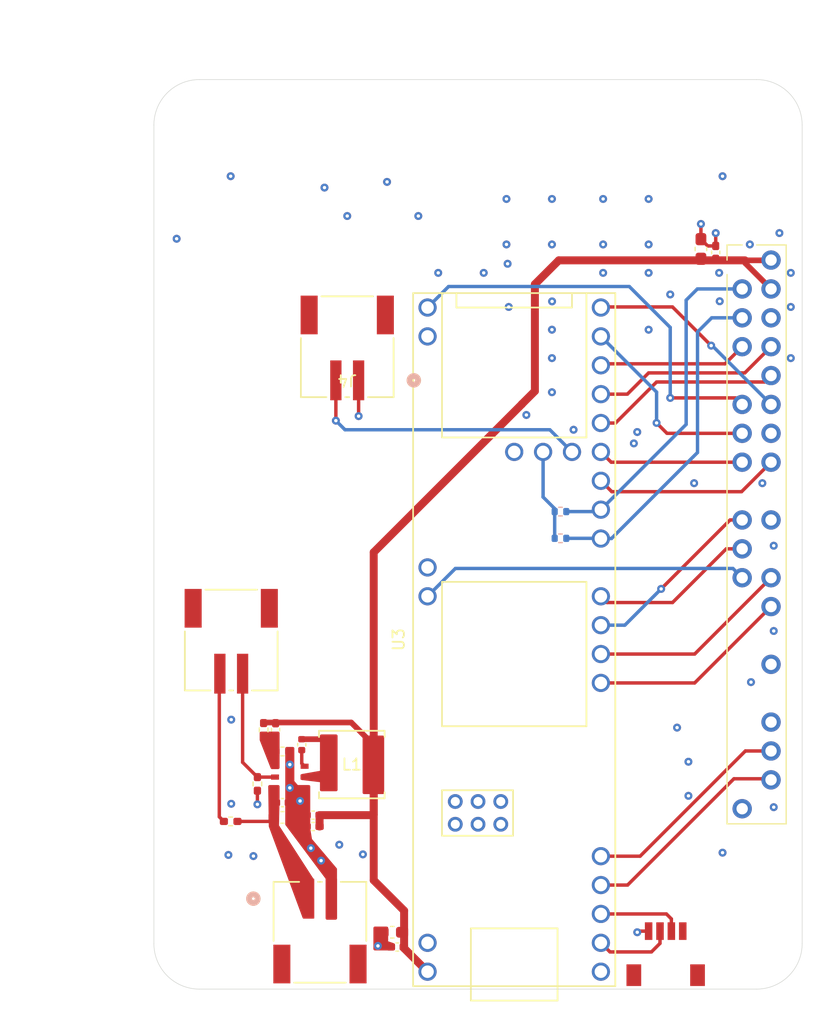
<source format=kicad_pcb>
(kicad_pcb (version 20240108) (generator "pcbnew") (generator_version "8.0")
  (layers (0 "F.Cu" signal) (1 "In1.Cu" power) (2 "In2.Cu" power) (31 "B.Cu" signal) (34 "B.Paste" user) (35 "F.Paste" user) (36 "B.SilkS" user "B.Silkscreen") (37 "F.SilkS" user "F.Silkscreen") (38 "B.Mask" user) (39 "F.Mask" user) (44 "Edge.Cuts" user))
  (net 0 "")
  (net 1 "/BUSY")
  (net 2 "/RAD_PWR")
  (net 3 "/MOD_6_MULT")
  (net 4 "/GPS_STBY")
  (net 5 "/MOD_8_MULT")
  (net 6 "VBUS")
  (net 7 "GND")
  (net 8 "/DC-DC-Out")
  (net 9 "Net-(U2-BST)")
  (net 10 "+5V")
  (net 11 "/MOSI")
  (net 12 "/CS1")
  (net 13 "/CS0")
  (net 14 "/MISO")
  (net 15 "/SCK")
  (net 16 "/RX")
  (net 17 "/DIO1")
  (net 18 "/SDA")
  (net 19 "/MOD_RST")
  (net 20 "/SCL")
  (net 21 "/TX")
  (net 22 "/LO_RST")
  (net 23 "/RX_ALT")
  (net 24 "/TX_ALT")
  (net 29 "/Enable")
  (net 30 "Net-(On/Off/switch1-Pad2)")
  (net 31 "/FB")
  (net 38 "+3.3V")
  (net 39 "/VBAT")
  (footprint "Resistor_SMD:R_0402_1005Metric_Pad0.72x0.64mm_HandSolder" (layer "F.Cu") (at 62.75 104.25)
    (property "Reference" "R2" (hide yes))
    (property "Value" "100k" (hide yes))
  )
  (footprint "teensy:Teensy41_min" (layer "F.Cu") (at 87.6816 88.26 90)
    (property "Reference" "U3")
    (property "Value" "Teensy4.1")
  )
  (footprint "TF:MountingHole_3mm_rec" (layer "F.Cu") (at 60 50)
    (property "Reference" "H1" (hide yes))
    (property "Value" "MountingHole" (hide yes))
  )
  (footprint "TF:MountingHole_4mm_t4" (layer "F.Cu") (at 61 44)
    (property "Reference" "H5" (hide yes))
    (property "Value" "MountingHole" (hide yes))
  )
  (footprint "TF:MountingHole_3mm_rec" (layer "F.Cu") (at 109 108)
    (property "Reference" "H4" (hide yes))
    (property "Value" "MountingHole" (hide yes))
  )
  (footprint "Capacitor_SMD:C_0603_1608Metric" (layer "F.Cu") (at 67.3 103.9)
    (property "Reference" "C1" (hide yes))
    (property "Value" "10u" (hide yes))
  )
  (footprint "Capacitor_SMD:C_0402_1005Metric_Pad0.74x0.62mm_HandSolder" (layer "F.Cu") (at 105.4 54.2 -90)
    (property "Reference" "C7" (hide yes))
    (property "Value" "100n" (hide yes))
  )
  (footprint "Capacitor_SMD:C_0402_1005Metric_Pad0.74x0.62mm_HandSolder" (layer "F.Cu") (at 70 104.7 180)
    (property "Reference" "C5" (hide yes))
    (property "Value" "22u" (hide yes))
  )
  (footprint "footprints:SOIC_05WU-7_DIO-L_mod" (layer "F.Cu") (at 67.95 100.349999)
    (property "Reference" "U2" (hide yes))
    (property "Value" "AP63300WU-7_mod" (hide yes))
  )
  (footprint "TF:MountingHole_4mm_t4" (layer "F.Cu") (at 61 114)
    (property "Reference" "H7" (hide yes))
    (property "Value" "MountingHole" (hide yes))
  )
  (footprint "Capacitor_SMD:C_0402_1005Metric" (layer "F.Cu") (at 69 97.5 90)
    (property "Reference" "C3" (hide yes))
    (property "Value" "100n" (hide yes))
  )
  (footprint "JST PH 2pin:CONN_S2B-PH-SM4-TB_JST_no_circle" (layer "F.Cu") (at 62.8 88.3 180)
    (property "Reference" "On/Off/switch1" (hide yes))
    (property "Value" "S2B-PH-SM4-TB" (hide yes))
  )
  (footprint "Capacitor_SMD:C_0603_1608Metric_Pad1.08x0.95mm_HandSolder" (layer "F.Cu") (at 104.1 53.9 -90)
    (property "Reference" "C8" (hide yes))
    (property "Value" "1u" (hide yes))
  )
  (footprint "Capacitor_SMD:C_0402_1005Metric_Pad0.74x0.62mm_HandSolder" (layer "F.Cu") (at 77.4 115.3)
    (property "Reference" "C9" (hide yes))
    (property "Value" "100n" (hide yes))
  )
  (footprint "Resistor_SMD:R_0402_1005Metric" (layer "F.Cu") (at 67.3 98.1)
    (property "Reference" "R4" (hide yes))
    (property "Value" "31.1k" (hide yes))
  )
  (footprint "Bourns_induct:IND_SRP5050FA-5R6M_BRN_mod" (layer "F.Cu") (at 73.4 99.25)
    (property "Reference" "L1")
    (property "Value" "6.8uH")
  )
  (footprint "Resistor_SMD:R_0402_1005Metric_Pad0.72x0.64mm_HandSolder" (layer "F.Cu") (at 65.65 96.2 90)
    (property "Reference" "R3" (hide yes))
    (property "Value" "162k" (hide yes))
  )
  (footprint "TF:MountingHole_3mm_rec" (layer "F.Cu") (at 109 50)
    (property "Reference" "H2" (hide yes))
    (property "Value" "MountingHole" (hide yes))
  )
  (footprint "JST SH 4pin:CONN_SM04B-SRSS-TB_JST" (layer "F.Cu") (at 101 116 180)
    (property "Reference" "J2" (hide yes))
    (property "Value" "SM04B-SRSS-TB" (hide yes))
  )
  (footprint "TF:MountingHole_3mm_rec" (layer "F.Cu") (at 60 108)
    (property "Reference" "H3" (hide yes))
    (property "Value" "MountingHole" (hide yes))
  )
  (footprint "Capacitor_SMD:C_0402_1005Metric_Pad0.74x0.62mm_HandSolder" (layer "F.Cu") (at 70 103.7 180)
    (property "Reference" "C4" (hide yes))
    (property "Value" "22u" (hide yes))
  )
  (footprint "Capacitor_SMD:C_0402_1005Metric" (layer "F.Cu") (at 67.3 102.6)
    (property "Reference" "C2" (hide yes))
    (property "Value" "100n" (hide yes))
  )
  (footprint "Capacitor_SMD:C_0603_1608Metric_Pad1.08x0.95mm_HandSolder" (layer "F.Cu") (at 76.9625 114 180)
    (property "Reference" "C10" (hide yes))
    (property "Value" "1u" (hide yes))
  )
  (footprint "TF:MountingHole_4mm_t4" (layer "F.Cu") (at 108 114)
    (property "Reference" "H8" (hide yes))
    (property "Value" "MountingHole" (hide yes))
  )
  (footprint "Capacitor_SMD:C_0402_1005Metric_Pad0.74x0.62mm_HandSolder" (layer "F.Cu") (at 66.7 96.1825 90)
    (property "Reference" "C6" (hide yes))
    (property "Value" "47p" (hide yes))
  )
  (footprint "Resistor_SMD:R_0402_1005Metric_Pad0.72x0.64mm_HandSolder" (layer "F.Cu") (at 65.1 100.9525 -90)
    (property "Reference" "R1" (hide yes))
    (property "Value" "100k" (hide yes))
  )
  (footprint "JST PH 2pin:CONN_S2B-PH-SM4-TB_JST" (layer "F.Cu") (at 73 62.5 180)
    (property "Reference" "J4")
    (property "Value" "S2B-PH-SM4-TB")
  )
  (footprint "JST PH 2pin:CONN_S2B-PH-SM4-TB_JST" (layer "F.Cu") (at 70.6 114)
    (property "Reference" "J3" (hide yes))
    (property "Value" "S2B-PH-SM4-TB" (hide yes))
  )
  (footprint "TF:MountingHole_4mm_t4" (layer "F.Cu") (at 108 44)
    (property "Reference" "H6" (hide yes))
    (property "Value" "MountingHole" (hide yes))
  )
  (footprint "TF:PinHeader_2x20_P2.54mm_Vertical_receiver" (layer "F.Cu") (at 107.725 54.875)
    (property "Reference" "J1" (hide yes))
    (property "Value" "Raspberry_Pi_4" (hide yes))
  )
  (footprint "Resistor_SMD:R_0402_1005Metric" (layer "B.Cu") (at 91.75 77)
    (property "Reference" "R5" (hide yes))
    (property "Value" "4.7k" (hide yes))
  )
  (footprint "Resistor_SMD:R_0402_1005Metric" (layer "B.Cu") (at 91.75 79.35)
    (property "Reference" "R6" (hide yes))
    (property "Value" "4.7k" (hide yes))
  )
  (gr_line (start 60 39) (end 109 39) (stroke (width 0.05)) (layer "Edge.Cuts"))
  (gr_arc (start 109 39) (mid 111.828427 40.171573) (end 113 43) (stroke (width 0.05)) (layer "Edge.Cuts"))
  (gr_line (start 56 115) (end 56 43) (stroke (width 0.05)) (layer "Edge.Cuts"))
  (gr_arc (start 60 119) (mid 57.171573 117.828427) (end 56 115) (stroke (width 0.05)) (layer "Edge.Cuts"))
  (gr_arc (start 113 115) (mid 111.828427 117.828427) (end 109 119) (stroke (width 0.05)) (layer "Edge.Cuts"))
  (gr_line (start 109 119) (end 60 119) (stroke (width 0.05)) (layer "Edge.Cuts"))
  (gr_line (start 113 43) (end 113 115) (stroke (width 0.05)) (layer "Edge.Cuts"))
  (gr_arc (start 56 43) (mid 57.171573 40.171573) (end 60 39) (stroke (width 0.05)) (layer "Edge.Cuts"))
  (segment (start 107.725 62.495) (end 106.22 64) (width 0.3) (layer "F.Cu") (net 1))
  (segment (start 107.72 62.5) (end 107.725 62.495) (width 0.3) (layer "F.Cu") (net 1))
  (segment (start 95.4316 64) (end 95.3016 64.13) (width 0.3) (layer "F.Cu") (net 1))
  (segment (start 106.22 64) (end 95.4316 64) (width 0.3) (layer "F.Cu") (net 1))
  (segment (start 101.6 59) (end 95.3516 59) (width 0.3) (layer "F.Cu") (net 2))
  (segment (start 105 62.4) (end 101.6 59) (width 0.3) (layer "F.Cu") (net 2))
  (segment (start 95.3516 59) (end 95.3016 59.05) (width 0.3) (layer "F.Cu") (net 2))
  (via (at 105 62.4) (size 0.7) (drill 0.3) (layers "F.Cu" "B.Cu") (net 2))
  (segment (start 110.265 67.575) (end 105.09 62.4) (width 0.3) (layer "B.Cu") (net 2))
  (segment (start 105.09 62.4) (end 105 62.4) (width 0.3) (layer "B.Cu") (net 2))
  (segment (start 110.26 100.6) (end 110.265 100.595) (width 0.3) (layer "F.Cu") (net 3))
  (segment (start 97.65 109.85) (end 95.3016 109.85) (width 0.3) (layer "F.Cu") (net 3))
  (segment (start 110.265 100.595) (end 110.17 100.5) (width 0.3) (layer "F.Cu") (net 3))
  (segment (start 110.17 100.5) (end 107 100.5) (width 0.3) (layer "F.Cu") (net 3))
  (segment (start 107 100.5) (end 97.65 109.85) (width 0.3) (layer "F.Cu") (net 3))
  (segment (start 107.725 70.115) (end 101.115 70.115) (width 0.3) (layer "F.Cu") (net 4))
  (segment (start 101.115 70.115) (end 100.2 69.2) (width 0.3) (layer "F.Cu") (net 4))
  (via (at 100.2 69.2) (size 0.7) (drill 0.3) (layers "F.Cu" "B.Cu") (net 4))
  (segment (start 100.2 69.2) (end 100.2 66.4884) (width 0.3) (layer "B.Cu") (net 4))
  (segment (start 100.2 66.4884) (end 95.3016 61.59) (width 0.3) (layer "B.Cu") (net 4))
  (segment (start 108.005661 98.055) (end 98.750661 107.31) (width 0.3) (layer "F.Cu") (net 5))
  (segment (start 110.265 98.055) (end 108.005661 98.055) (width 0.3) (layer "F.Cu") (net 5))
  (segment (start 98.750661 107.31) (end 95.3016 107.31) (width 0.3) (layer "F.Cu") (net 5))
  (segment (start 110.22 98.1) (end 110.265 98.055) (width 0.3) (layer "F.Cu") (net 5))
  (segment (start 66.82 104.25) (end 63.3475 104.25) (width 0.3) (layer "F.Cu") (net 6))
  (segment (start 105.4 53.6325) (end 105.4 52.5) (width 0.3) (layer "F.Cu") (net 7))
  (segment (start 74.000001 68.6) (end 74.000001 65.4553) (width 0.3) (layer "F.Cu") (net 7))
  (segment (start 65.1 101.6975) (end 65.1 102.75) (width 0.3) (layer "F.Cu") (net 7))
  (segment (start 104.1 53.0375) (end 104.1 51.7) (width 0.3) (layer "F.Cu") (net 7))
  (segment (start 98.5985 113.9015) (end 98.5 114) (width 0.3) (layer "F.Cu") (net 7))
  (segment (start 104.695 53.6325) (end 104.1 53.0375) (width 0.3) (layer "F.Cu") (net 7))
  (segment (start 105.4 53.6325) (end 104.695 53.6325) (width 0.3) (layer "F.Cu") (net 7))
  (segment (start 99.5 113.9015) (end 98.5985 113.9015) (width 0.3) (layer "F.Cu") (net 7))
  (via (at 58 53) (size 0.7) (drill 0.3) (layers "F.Cu" "B.Cu") (net 7))
  (via (at 87.1 55.2) (size 0.7) (drill 0.3) (layers "F.Cu" "B.Cu") (net 7))
  (via (at 102 96) (size 0.7) (drill 0.3) (layers "F.Cu" "B.Cu") (net 7))
  (via (at 88.75 68.5) (size 0.7) (drill 0.3) (layers "F.Cu" "B.Cu") (net 7))
  (via (at 91 66.5) (size 0.7) (drill 0.3) (layers "F.Cu" "B.Cu") (net 7))
  (via (at 92.9 69.8) (size 0.7) (drill 0.3) (layers "F.Cu" "B.Cu") (net 7))
  (via (at 62.55 107.2) (size 0.7) (drill 0.3) (layers "F.Cu" "B.Cu") (net 7))
  (via (at 71 48.5) (size 0.7) (drill 0.3) (layers "F.Cu" "B.Cu") (net 7))
  (via (at 112 56) (size 0.7) (drill 0.3) (layers "F.Cu" "B.Cu") (net 7))
  (via (at 99.5 53.5) (size 0.7) (drill 0.3) (layers "F.Cu" "B.Cu") (net 7))
  (via (at 76.5 48) (size 0.7) (drill 0.3) (layers "F.Cu" "B.Cu") (net 7))
  (via (at 105.7 56) (size 0.7) (drill 0.3) (layers "F.Cu" "B.Cu") (net 7))
  (via (at 109.5 74.5) (size 0.7) (drill 0.3) (layers "F.Cu" "B.Cu") (net 7))
  (via (at 67.95 101.3) (size 0.7) (drill 0.3) (layers "F.Cu" "B.Cu") (net 7))
  (via (at 95.5 49.5) (size 0.7) (drill 0.3) (layers "F.Cu" "B.Cu") (net 7))
  (via (at 104.1 51.7) (size 0.7) (drill 0.3) (layers "F.Cu" "B.Cu") (net 7))
  (via (at 85 56) (size 0.7) (drill 0.3) (layers "F.Cu" "B.Cu") (net 7))
  (via (at 91 61) (size 0.7) (drill 0.3) (layers "F.Cu" "B.Cu") (net 7))
  (via (at 69.8 106.6) (size 0.7) (drill 0.3) (layers "F.Cu" "B.Cu") (net 7))
  (via (at 98.2 71) (size 0.7) (drill 0.3) (layers "F.Cu" "B.Cu") (net 7))
  (via (at 112 63.5) (size 0.7) (drill 0.3) (layers "F.Cu" "B.Cu") (net 7))
  (via (at 103 99) (size 0.7) (drill 0.3) (layers "F.Cu" "B.Cu") (net 7))
  (via (at 74.377301 107.15) (size 0.7) (drill 0.3) (layers "F.Cu" "B.Cu") (net 7))
  (via (at 99.5 49.5) (size 0.7) (drill 0.3) (layers "F.Cu" "B.Cu") (net 7))
  (via (at 91 49.5) (size 0.7) (drill 0.3) (layers "F.Cu" "B.Cu") (net 7))
  (via (at 101.4 57.9) (size 0.7) (drill 0.3) (layers "F.Cu" "B.Cu") (net 7))
  (via (at 65.1 102.75) (size 0.7) (drill 0.3) (layers "F.Cu" "B.Cu") (net 7))
  (via (at 108.5 92) (size 0.7) (drill 0.3) (layers "F.Cu" "B.Cu") (net 7))
  (via (at 91.010331 58.510331) (size 0.7) (drill 0.3) (layers "F.Cu" "B.Cu") (net 7))
  (via (at 110.5 80) (size 0.7) (drill 0.3) (layers "F.Cu" "B.Cu") (net 7))
  (via (at 99.5 61) (size 0.7) (drill 0.3) (layers "F.Cu" "B.Cu") (net 7))
  (via (at 70.7 107.7) (size 0.7) (drill 0.3) (layers "F.Cu" "B.Cu") (net 7))
  (via (at 87.2 59) (size 0.7) (drill 0.3) (layers "F.Cu" "B.Cu") (net 7))
  (via (at 62.75 47.5) (size 0.7) (drill 0.3) (layers "F.Cu" "B.Cu") (net 7))
  (via (at 73 51) (size 0.7) (drill 0.3) (layers "F.Cu" "B.Cu") (net 7))
  (via (at 105.75 58.5) (size 0.7) (drill 0.3) (layers "F.Cu" "B.Cu") (net 7))
  (via (at 87 49.5) (size 0.7) (drill 0.3) (layers "F.Cu" "B.Cu") (net 7))
  (via (at 74.000001 68.6) (size 0.7) (drill 0.3) (layers "F.Cu" "B.Cu") (net 7))
  (via (at 103 102) (size 0.7) (drill 0.3) (layers "F.Cu" "B.Cu") (net 7))
  (via (at 95.5 53.5) (size 0.7) (drill 0.3) (layers "F.Cu" "B.Cu") (net 7))
  (via (at 67.95 99.25) (size 0.7) (drill 0.3) (layers "F.Cu" "B.Cu") (net 7))
  (via (at 91 53.5) (size 0.7) (drill 0.3) (layers "F.Cu" "B.Cu") (net 7))
  (via (at 95.5 56) (size 0.7) (drill 0.3) (layers "F.Cu" "B.Cu") (net 7))
  (via (at 111 52.5) (size 0.7) (drill 0.3) (layers "F.Cu" "B.Cu") (net 7))
  (via (at 106 47.5) (size 0.7) (drill 0.3) (layers "F.Cu" "B.Cu") (net 7))
  (via (at 72.3 106.3) (size 0.7) (drill 0.3) (layers "F.Cu" "B.Cu") (net 7))
  (via (at 98.5 70) (size 0.7) (drill 0.3) (layers "F.Cu" "B.Cu") (net 7))
  (via (at 106 107) (size 0.7) (drill 0.3) (layers "F.Cu" "B.Cu") (net 7))
  (via (at 110.5 103) (size 0.7) (drill 0.3) (layers "F.Cu" "B.Cu") (net 7))
  (via (at 112 59) (size 0.7) (drill 0.3) (layers "F.Cu" "B.Cu") (net 7))
  (via (at 62.8 102.7) (size 0.7) (drill 0.3) (layers "F.Cu" "B.Cu") (net 7))
  (via (at 75.7 115.2) (size 0.7) (drill 0.3) (layers "F.Cu" "B.Cu") (net 7))
  (via (at 91 63.5) (size 0.7) (drill 0.3) (layers "F.Cu" "B.Cu") (net 7))
  (via (at 99.5 56) (size 0.7) (drill 0.3) (layers "F.Cu" "B.Cu") (net 7))
  (via (at 105.4 52.5) (size 0.7) (drill 0.3) (layers "F.Cu" "B.Cu") (net 7))
  (via (at 68.85 102.45) (size 0.7) (drill 0.3) (layers "F.Cu" "B.Cu") (net 7))
  (via (at 64.75 107.3) (size 0.7) (drill 0.3) (layers "F.Cu" "B.Cu") (net 7))
  (via (at 62.8 95.3) (size 0.7) (drill 0.3) (layers "F.Cu" "B.Cu") (net 7))
  (via (at 98.5 114) (size 0.7) (drill 0.3) (layers "F.Cu" "B.Cu") (net 7))
  (via (at 79.25 51) (size 0.7) (drill 0.3) (layers "F.Cu" "B.Cu") (net 7))
  (via (at 103.5 74.5) (size 0.7) (drill 0.3) (layers "F.Cu" "B.Cu") (net 7))
  (via (at 81 56) (size 0.7) (drill 0.3) (layers "F.Cu" "B.Cu") (net 7))
  (via (at 87 53.5) (size 0.7) (drill 0.3) (layers "F.Cu" "B.Cu") (net 7))
  (via (at 108.4 53.5) (size 0.7) (drill 0.3) (layers "F.Cu" "B.Cu") (net 7))
  (via (at 110.5 87.5) (size 0.7) (drill 0.3) (layers "F.Cu" "B.Cu") (net 7))
  (segment (start 71.02 97.02) (end 71.5 97.5) (width 0.5) (layer "F.Cu") (net 8))
  (segment (start 69 97.02) (end 71.02 97.02) (width 0.5) (layer "F.Cu") (net 8))
  (segment (start 69 99.149998) (end 69.25 99.399998) (width 0.3) (layer "F.Cu") (net 9))
  (segment (start 69 97.98) (end 69 99.149998) (width 0.3) (layer "F.Cu") (net 9))
  (segment (start 110.24 54.9) (end 108.025 54.9) (width 0.5) (layer "F.Cu") (net 10))
  (segment (start 75.327301 97.227301) (end 75.327301 99.25) (width 0.7) (layer "F.Cu") (net 10))
  (segment (start 80.0616 117.47) (end 78 115.4084) (width 0.7) (layer "F.Cu") (net 10))
  (segment (start 107.975 54.9) (end 91.6 54.9) (width 0.7) (layer "F.Cu") (net 10))
  (segment (start 110.265 57.415) (end 108 55.15) (width 0.5) (layer "F.Cu") (net 10))
  (segment (start 89.5 57) (end 89.5 66.4) (width 0.7) (layer "F.Cu") (net 10))
  (segment (start 75.327301 99.25) (end 75.327301 103.672699) (width 0.7) (layer "F.Cu") (net 10))
  (segment (start 73.35 95.55) (end 75.327301 97.527301) (width 0.5) (layer "F.Cu") (net 10))
  (segment (start 110.265 54.875) (end 110.24 54.9) (width 0.5) (layer "F.Cu") (net 10))
  (segment (start 108 54.925) (end 107.975 54.9) (width 0.5) (layer "F.Cu") (net 10))
  (segment (start 65.65 95.5525) (end 65.6525 95.55) (width 0.5) (layer "F.Cu") (net 10))
  (segment (start 89.5 66.4) (end 88.356497 67.543503) (width 0.7) (layer "F.Cu") (net 10))
  (segment (start 75.327301 109.427301) (end 75.327301 99.25) (width 0.7) (layer "F.Cu") (net 10))
  (segment (start 88.356497 67.543503) (end 88.356497 67.55) (width 0.7) (layer "F.Cu") (net 10))
  (segment (start 108 55.15) (end 108 54.925) (width 0.5) (layer "F.Cu") (net 10))
  (segment (start 75.3 103.7) (end 70.5675 103.7) (width 0.7) (layer "F.Cu") (net 10))
  (segment (start 78 112.1) (end 75.327301 109.427301) (width 0.7) (layer "F.Cu") (net 10))
  (segment (start 88.356497 67.55) (end 75.327301 80.579196) (width 0.7) (layer "F.Cu") (net 10))
  (segment (start 75.327301 103.672699) (end 75.3 103.7) (width 0.7) (layer "F.Cu") (net 10))
  (segment (start 75.327301 80.579196) (end 75.327301 99.25) (width 0.7) (layer "F.Cu") (net 10))
  (segment (start 75.327301 97.527301) (end 75.327301 99.25) (width 0.5) (layer "F.Cu") (net 10))
  (segment (start 65.6525 95.55) (end 73.35 95.55) (width 0.5) (layer "F.Cu") (net 10))
  (segment (start 91.6 54.9) (end 89.5 57) (width 0.7) (layer "F.Cu") (net 10))
  (segment (start 78 115.4084) (end 78 112.1) (width 0.7) (layer "F.Cu") (net 10))
  (segment (start 70.5675 103.7) (end 70.5675 104.7) (width 0.7) (layer "F.Cu") (net 10))
  (segment (start 107.015 77.735) (end 107.725 77.735) (width 0.3) (layer "F.Cu") (net 11))
  (segment (start 100.6 83.8) (end 106.665 77.735) (width 0.3) (layer "F.Cu") (net 11))
  (segment (start 106.665 77.735) (end 107.725 77.735) (width 0.3) (layer "F.Cu") (net 11))
  (via (at 100.6 83.8) (size 0.7) (drill 0.3) (layers "F.Cu" "B.Cu") (net 11))
  (segment (start 97.320661 86.99) (end 97.41 86.99) (width 0.3) (layer "B.Cu") (net 11))
  (segment (start 97.41 86.99) (end 100.6 83.8) (width 0.3) (layer "B.Cu") (net 11))
  (segment (start 97.320661 86.99) (end 95.3016 86.99) (width 0.3) (layer "B.Cu") (net 11))
  (segment (start 103.55 92.07) (end 95.3016 92.07) (width 0.3) (layer "F.Cu") (net 12))
  (segment (start 110.265 85.355) (end 103.55 92.07) (width 0.3) (layer "F.Cu") (net 12))
  (segment (start 110.265 85.355) (end 110.16 85.25) (width 0.3) (layer "F.Cu") (net 12))
  (segment (start 103.55 89.53) (end 110.265 82.815) (width 0.3) (layer "F.Cu") (net 13))
  (segment (start 95.3016 89.53) (end 103.55 89.53) (width 0.3) (layer "F.Cu") (net 13))
  (segment (start 107.725 80.275) (end 106.325 80.275) (width 0.3) (layer "F.Cu") (net 14))
  (segment (start 101.6 85) (end 95.8516 85) (width 0.3) (layer "F.Cu") (net 14))
  (segment (start 106.325 80.275) (end 101.6 85) (width 0.3) (layer "F.Cu") (net 14))
  (segment (start 95.8516 85) (end 95.3016 84.45) (width 0.3) (layer "F.Cu") (net 14))
  (segment (start 82.5116 82) (end 80.0616 84.45) (width 0.3) (layer "B.Cu") (net 15))
  (segment (start 106.91 82) (end 82.5116 82) (width 0.3) (layer "B.Cu") (net 15))
  (segment (start 107.725 82.815) (end 106.91 82) (width 0.3) (layer "B.Cu") (net 15))
  (segment (start 95.3016 66.67) (end 97.63 66.67) (width 0.3) (layer "F.Cu") (net 16))
  (segment (start 99.5 64.8) (end 107.96 64.8) (width 0.3) (layer "F.Cu") (net 16))
  (segment (start 97.63 66.67) (end 99.5 64.8) (width 0.3) (layer "F.Cu") (net 16))
  (segment (start 107.96 64.8) (end 110.265 62.495) (width 0.3) (layer "F.Cu") (net 16))
  (segment (start 107.15 67) (end 107.725 67.575) (width 0.3) (layer "F.Cu") (net 17))
  (segment (start 101.4 67) (end 107.15 67) (width 0.3) (layer "F.Cu") (net 17))
  (via (at 101.4 67) (size 0.7) (drill 0.3) (layers "F.Cu" "B.Cu") (net 17))
  (segment (start 101.4 60.8) (end 97.8 57.2) (width 0.3) (layer "B.Cu") (net 17))
  (segment (start 81.9116 57.2) (end 80.0616 59.05) (width 0.3) (layer "B.Cu") (net 17))
  (segment (start 101.4 67) (end 101.4 60.8) (width 0.3) (layer "B.Cu") (net 17))
  (segment (start 97.8 57.2) (end 81.9116 57.2) (width 0.3) (layer "B.Cu") (net 17))
  (segment (start 103.785 57.415) (end 107.725 57.415) (width 0.3) (layer "B.Cu") (net 18))
  (segment (start 102.8 58.4) (end 103.785 57.415) (width 0.3) (layer "B.Cu") (net 18))
  (segment (start 95.3016 76.83) (end 102.8 69.3316) (width 0.3) (layer "B.Cu") (net 18))
  (segment (start 102.8 69.3316) (end 102.8 58.4) (width 0.3) (layer "B.Cu") (net 18))
  (segment (start 92.26 77) (end 95.1316 77) (width 0.3) (layer "B.Cu") (net 18))
  (segment (start 95.1316 77) (end 95.3016 76.83) (width 0.3) (layer "B.Cu") (net 18))
  (segment (start 96.2616 75.25) (end 95.3016 74.29) (width 0.3) (layer "F.Cu") (net 19))
  (segment (start 110.265 72.655) (end 107.67 75.25) (width 0.3) (layer "F.Cu") (net 19))
  (segment (start 95.3016 74.29) (end 95.3416 74.25) (width 0.3) (layer "F.Cu") (net 19))
  (segment (start 107.67 75.25) (end 96.2616 75.25) (width 0.3) (layer "F.Cu") (net 19))
  (segment (start 92.26 79.35) (end 92.26 79.34) (width 0.3) (layer "B.Cu") (net 20))
  (segment (start 103.8 61.2) (end 103.8 71.8) (width 0.3) (layer "B.Cu") (net 20))
  (segment (start 107.725 59.955) (end 105.045 59.955) (width 0.3) (layer "B.Cu") (net 20))
  (segment (start 105.045 59.955) (end 103.8 61.2) (width 0.3) (layer "B.Cu") (net 20))
  (segment (start 103.8 71.8) (end 96.23 79.37) (width 0.3) (layer "B.Cu") (net 20))
  (segment (start 96.23 79.37) (end 95.3016 79.37) (width 0.3) (layer "B.Cu") (net 20))
  (segment (start 95.2816 79.35) (end 95.3016 79.37) (width 0.3) (layer "B.Cu") (net 20))
  (segment (start 92.26 79.35) (end 95.2816 79.35) (width 0.3) (layer "B.Cu") (net 20))
  (segment (start 96.59 69.21) (end 95.3016 69.21) (width 0.3) (layer "F.Cu") (net 21))
  (segment (start 109.7 65.6) (end 100.2 65.6) (width 0.3) (layer "F.Cu") (net 21))
  (segment (start 110.265 65.035) (end 109.7 65.6) (width 0.3) (layer "F.Cu") (net 21))
  (segment (start 100.2 65.6) (end 96.59 69.21) (width 0.3) (layer "F.Cu") (net 21))
  (segment (start 109.9 65.4) (end 110.265 65.035) (width 0.3) (layer "B.Cu") (net 21))
  (segment (start 96.2066 72.655) (end 95.3016 71.75) (width 0.3) (layer "F.Cu") (net 22))
  (segment (start 107.725 72.655) (end 96.2066 72.655) (width 0.3) (layer "F.Cu") (net 22))
  (segment (start 95.3016 114.93) (end 96.101599 115.729999) (width 0.3) (layer "F.Cu") (net 23))
  (segment (start 96.101599 115.729999) (end 99.746202 115.729999) (width 0.3) (layer "F.Cu") (net 23))
  (segment (start 100.500001 114.9762) (end 100.500001 113.9015) (width 0.3) (layer "F.Cu") (net 23))
  (segment (start 99.746202 115.729999) (end 100.500001 114.9762) (width 0.3) (layer "F.Cu") (net 23))
  (segment (start 101.063199 112.39) (end 101.499999 112.8268) (width 0.3) (layer "F.Cu") (net 24))
  (segment (start 101.499999 112.8268) (end 101.499999 113.9015) (width 0.3) (layer "F.Cu") (net 24))
  (segment (start 95.3016 112.39) (end 101.063199 112.39) (width 0.3) (layer "F.Cu") (net 24))
  (segment (start 65.1 100.355) (end 66.644999 100.355) (width 0.3) (layer "F.Cu") (net 29))
  (segment (start 66.644999 100.355) (end 66.65 100.349999) (width 0.3) (layer "F.Cu") (net 29))
  (segment (start 63.800001 99.055001) (end 65.1 100.355) (width 0.3) (layer "F.Cu") (net 29))
  (segment (start 63.800001 91.2553) (end 63.800001 99.055001) (width 0.3) (layer "F.Cu") (net 29))
  (segment (start 62.1525 104.25) (end 61.75 103.8475) (width 0.3) (layer "F.Cu") (net 30))
  (segment (start 61.75 91.305299) (end 61.799999 91.2553) (width 0.3) (layer "F.Cu") (net 30))
  (segment (start 61.75 103.8475) (end 61.75 91.305299) (width 0.3) (layer "F.Cu") (net 30))
  (segment (start 91.24 76.74) (end 90.2216 75.7216) (width 0.3) (layer "B.Cu") (net 38))
  (segment (start 91.24 77) (end 91.24 76.74) (width 0.3) (layer "B.Cu") (net 38))
  (segment (start 91.24 77) (end 91.24 79.35) (width 0.3) (layer "B.Cu") (net 38))
  (segment (start 90.2216 75.7216) (end 90.2216 71.75) (width 0.3) (layer "B.Cu") (net 38))
  (segment (start 71.999999 69) (end 71.999999 65.4553) (width 0.3) (layer "F.Cu") (net 39))
  (via (at 71.999999 69) (size 0.7) (drill 0.3) (layers "F.Cu" "B.Cu") (net 39))
  (segment (start 71.999999 69) (end 72.799999 69.8) (width 0.3) (layer "B.Cu") (net 39))
  (segment (start 90.8116 69.8) (end 92.7616 71.75) (width 0.3) (layer "B.Cu") (net 39))
  (segment (start 72.799999 69.8) (end 90.8116 69.8) (width 0.3) (layer "B.Cu") (net 39))
  (zone (net 8) (net_name "/DC-DC-Out") (layer "F.Cu") (priority 5) (connect_pads yes (clearance 0.3)) (min_thickness 0.25) (fill yes (thermal_gap 0.5) (thermal_bridge_width 0.5))
    (polygon (pts (xy 68.9 100.6) (xy 68.9 100.1) (xy 70.6 99.8) (xy 70.6 96.6) (xy 72.15 96.6) (xy 72.15 101.6) (xy 70.6 101.6) (xy 70.6 100.8)))
  )
  (zone (net 10) (net_name "+5V") (layer "F.Cu") (priority 3) (connect_pads yes (clearance 0.3)) (min_thickness 0.25) (fill yes (thermal_gap 0.5) (thermal_bridge_width 0.5))
    (polygon (pts (xy 74.35 96.7) (xy 74.35 101.2) (xy 74.35 101.85) (xy 76.25 101.85) (xy 76.25 96.7) (xy 74.7 96.7)))
  )
  (zone (net 7) (net_name "GND") (layer "F.Cu") (priority 6) (connect_pads yes (clearance 0.3)) (min_thickness 0.25) (fill yes (thermal_gap 0.5) (thermal_bridge_width 0.5))
    (polygon (pts (xy 76.6 113.5) (xy 76.6 114.8) (xy 77.2 115) (xy 77.2 115.6) (xy 75.3 115.6) (xy 75.3 113.5)))
  )
  (zone (net 31) (net_name "/FB") (layer "F.Cu") (priority 4) (connect_pads yes (clearance 0.3)) (min_thickness 0.25) (fill yes (thermal_gap 0.5) (thermal_bridge_width 0.5))
    (polygon (pts (xy 65.3 97.1) (xy 66.3 99.65) (xy 67.05 99.65) (xy 67.05 96.35) (xy 65.3 96.35)))
  )
  (zone (net 7) (net_name "GND") (layer "F.Cu") (priority 2) (connect_pads yes (clearance 0.3)) (min_thickness 0.25) (fill yes (thermal_gap 0.5) (thermal_bridge_width 0.5))
    (polygon (pts (xy 72.1 112.9) (xy 71.1 112.9) (xy 71.1 109.3) (xy 67.55 104.55) (xy 67.55 101.35) (xy 67.55 97.7) (xy 68.35 97.7) (xy 68.35 100.7) (xy 68.65 101.05) (xy 69.75 101.05) (xy 69.75 102) (xy 69.75 103.9) (xy 69.75 104.9) (xy 69.9 105.8) (xy 72.1 108.4) (xy 72.1 109.4)))
  )
  (zone (net 6) (net_name "VBUS") (layer "F.Cu") (priority 1) (connect_pads yes (clearance 0.3)) (min_thickness 0.25) (fill yes (thermal_gap 0.5) (thermal_bridge_width 0.5))
    (polygon (pts (xy 67.05 101.05) (xy 67.05 102.4) (xy 67 104.6) (xy 68.1 106.3) (xy 70.1 109.4) (xy 70.1 112.8) (xy 69.1 112.8) (xy 66.1 104.7) (xy 66.05 101.05)))
  )
)
</source>
